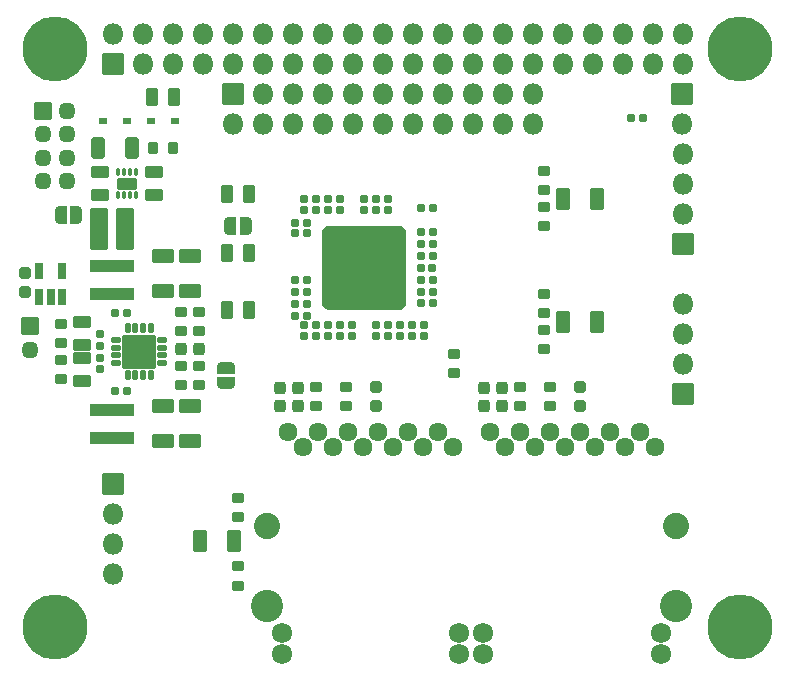
<source format=gts>
%TF.GenerationSoftware,KiCad,Pcbnew,7.0.1-0*%
%TF.CreationDate,2023-07-11T12:02:19-05:00*%
%TF.ProjectId,little_switch,6c697474-6c65-45f7-9377-697463682e6b,2*%
%TF.SameCoordinates,PX4221330PY3d0af40*%
%TF.FileFunction,Soldermask,Top*%
%TF.FilePolarity,Negative*%
%FSLAX46Y46*%
G04 Gerber Fmt 4.6, Leading zero omitted, Abs format (unit mm)*
G04 Created by KiCad (PCBNEW 7.0.1-0) date 2023-07-11 12:02:19*
%MOMM*%
%LPD*%
G01*
G04 APERTURE LIST*
G04 Aperture macros list*
%AMRoundRect*
0 Rectangle with rounded corners*
0 $1 Rounding radius*
0 $2 $3 $4 $5 $6 $7 $8 $9 X,Y pos of 4 corners*
0 Add a 4 corners polygon primitive as box body*
4,1,4,$2,$3,$4,$5,$6,$7,$8,$9,$2,$3,0*
0 Add four circle primitives for the rounded corners*
1,1,$1+$1,$2,$3*
1,1,$1+$1,$4,$5*
1,1,$1+$1,$6,$7*
1,1,$1+$1,$8,$9*
0 Add four rect primitives between the rounded corners*
20,1,$1+$1,$2,$3,$4,$5,0*
20,1,$1+$1,$4,$5,$6,$7,0*
20,1,$1+$1,$6,$7,$8,$9,0*
20,1,$1+$1,$8,$9,$2,$3,0*%
%AMFreePoly0*
4,1,35,0.535355,0.785355,0.550000,0.750000,0.550000,-0.750000,0.535355,-0.785355,0.500000,-0.800000,0.000000,-0.800000,-0.012286,-0.794911,-0.071157,-0.794911,-0.085244,-0.792886,-0.221795,-0.752791,-0.234740,-0.746879,-0.354462,-0.669938,-0.365217,-0.660618,-0.458414,-0.553063,-0.466109,-0.541091,-0.525228,-0.411637,-0.529237,-0.397982,-0.549491,-0.257116,-0.550000,-0.250000,-0.550000,0.250000,
-0.549491,0.257116,-0.529237,0.397982,-0.525228,0.411637,-0.466109,0.541091,-0.458414,0.553063,-0.365217,0.660618,-0.354462,0.669938,-0.234740,0.746879,-0.221795,0.752791,-0.085244,0.792886,-0.071157,0.794911,-0.012286,0.794911,0.000000,0.800000,0.500000,0.800000,0.535355,0.785355,0.535355,0.785355,$1*%
%AMFreePoly1*
4,1,35,0.012286,0.794911,0.071157,0.794911,0.085244,0.792886,0.221795,0.752791,0.234740,0.746879,0.354462,0.669938,0.365217,0.660618,0.458414,0.553063,0.466109,0.541091,0.525228,0.411637,0.529237,0.397982,0.549491,0.257116,0.550000,0.250000,0.550000,-0.250000,0.549491,-0.257116,0.529237,-0.397982,0.525228,-0.411637,0.466109,-0.541091,0.458414,-0.553063,0.365217,-0.660618,
0.354462,-0.669938,0.234740,-0.746879,0.221795,-0.752791,0.085244,-0.792886,0.071157,-0.794911,0.012286,-0.794911,0.000000,-0.800000,-0.500000,-0.800000,-0.535355,-0.785355,-0.550000,-0.750000,-0.550000,0.750000,-0.535355,0.785355,-0.500000,0.800000,0.000000,0.800000,0.012286,0.794911,0.012286,0.794911,$1*%
G04 Aperture macros list end*
%ADD10RoundRect,0.190000X-0.170000X0.140000X-0.170000X-0.140000X0.170000X-0.140000X0.170000X0.140000X0*%
%ADD11RoundRect,0.300000X0.650000X-0.325000X0.650000X0.325000X-0.650000X0.325000X-0.650000X-0.325000X0*%
%ADD12RoundRect,0.300000X-0.312500X-0.625000X0.312500X-0.625000X0.312500X0.625000X-0.312500X0.625000X0*%
%ADD13RoundRect,0.250000X0.275000X-0.200000X0.275000X0.200000X-0.275000X0.200000X-0.275000X-0.200000X0*%
%ADD14RoundRect,0.190000X0.140000X0.170000X-0.140000X0.170000X-0.140000X-0.170000X0.140000X-0.170000X0*%
%ADD15RoundRect,0.137500X-0.325000X-0.087500X0.325000X-0.087500X0.325000X0.087500X-0.325000X0.087500X0*%
%ADD16RoundRect,0.137500X-0.087500X-0.325000X0.087500X-0.325000X0.087500X0.325000X-0.087500X0.325000X0*%
%ADD17RoundRect,0.050000X-1.350000X-1.350000X1.350000X-1.350000X1.350000X1.350000X-1.350000X1.350000X0*%
%ADD18RoundRect,0.300000X-0.250000X-0.475000X0.250000X-0.475000X0.250000X0.475000X-0.250000X0.475000X0*%
%ADD19RoundRect,0.050000X-0.125000X0.250000X-0.125000X-0.250000X0.125000X-0.250000X0.125000X0.250000X0*%
%ADD20RoundRect,0.050000X-0.800000X0.450000X-0.800000X-0.450000X0.800000X-0.450000X0.800000X0.450000X0*%
%ADD21RoundRect,0.300000X-0.475000X0.250000X-0.475000X-0.250000X0.475000X-0.250000X0.475000X0.250000X0*%
%ADD22RoundRect,0.275000X-0.250000X0.225000X-0.250000X-0.225000X0.250000X-0.225000X0.250000X0.225000X0*%
%ADD23RoundRect,0.190000X0.170000X-0.140000X0.170000X0.140000X-0.170000X0.140000X-0.170000X-0.140000X0*%
%ADD24RoundRect,0.050000X0.850000X0.850000X-0.850000X0.850000X-0.850000X-0.850000X0.850000X-0.850000X0*%
%ADD25O,1.800000X1.800000*%
%ADD26RoundRect,0.300000X0.325000X0.650000X-0.325000X0.650000X-0.325000X-0.650000X0.325000X-0.650000X0*%
%ADD27RoundRect,0.250000X-0.275000X0.200000X-0.275000X-0.200000X0.275000X-0.200000X0.275000X0.200000X0*%
%ADD28RoundRect,0.050000X-0.675000X-0.675000X0.675000X-0.675000X0.675000X0.675000X-0.675000X0.675000X0*%
%ADD29O,1.450000X1.450000*%
%ADD30RoundRect,0.190000X-0.140000X-0.170000X0.140000X-0.170000X0.140000X0.170000X-0.140000X0.170000X0*%
%ADD31RoundRect,0.300000X-0.650000X0.325000X-0.650000X-0.325000X0.650000X-0.325000X0.650000X0.325000X0*%
%ADD32RoundRect,0.050000X0.675000X1.700000X-0.675000X1.700000X-0.675000X-1.700000X0.675000X-1.700000X0*%
%ADD33RoundRect,0.050000X1.850000X-0.490000X1.850000X0.490000X-1.850000X0.490000X-1.850000X-0.490000X0*%
%ADD34FreePoly0,180.000000*%
%ADD35FreePoly1,180.000000*%
%ADD36RoundRect,0.050000X0.850000X-0.850000X0.850000X0.850000X-0.850000X0.850000X-0.850000X-0.850000X0*%
%ADD37FreePoly0,0.000000*%
%ADD38FreePoly1,0.000000*%
%ADD39RoundRect,0.050000X0.300000X0.225000X-0.300000X0.225000X-0.300000X-0.225000X0.300000X-0.225000X0*%
%ADD40RoundRect,0.300000X-0.325000X-0.650000X0.325000X-0.650000X0.325000X0.650000X-0.325000X0.650000X0*%
%ADD41RoundRect,0.050000X-0.850000X-0.850000X0.850000X-0.850000X0.850000X0.850000X-0.850000X0.850000X0*%
%ADD42RoundRect,0.200000X0.150000X-0.512500X0.150000X0.512500X-0.150000X0.512500X-0.150000X-0.512500X0*%
%ADD43RoundRect,0.300000X0.475000X-0.250000X0.475000X0.250000X-0.475000X0.250000X-0.475000X-0.250000X0*%
%ADD44RoundRect,0.275000X-0.225000X-0.250000X0.225000X-0.250000X0.225000X0.250000X-0.225000X0.250000X0*%
%ADD45RoundRect,0.275000X0.250000X-0.225000X0.250000X0.225000X-0.250000X0.225000X-0.250000X-0.225000X0*%
%ADD46C,5.500000*%
%ADD47RoundRect,0.250000X-0.200000X-0.275000X0.200000X-0.275000X0.200000X0.275000X-0.200000X0.275000X0*%
%ADD48FreePoly0,90.000000*%
%ADD49FreePoly1,90.000000*%
%ADD50C,2.730000*%
%ADD51C,2.220000*%
%ADD52C,1.720000*%
%ADD53C,1.610000*%
%ADD54RoundRect,0.050000X-0.300000X-0.225000X0.300000X-0.225000X0.300000X0.225000X-0.300000X0.225000X0*%
G04 APERTURE END LIST*
D10*
%TO.C,C24*%
X25146000Y-23396000D03*
X25146000Y-24356000D03*
%TD*%
D11*
%TO.C,C62*%
X9144000Y-20525000D03*
X9144000Y-17575000D03*
%TD*%
%TO.C,C64*%
X11430000Y-20525000D03*
X11430000Y-17575000D03*
%TD*%
D12*
%TO.C,SW1*%
X3617500Y-8382000D03*
X6542500Y-8382000D03*
%TD*%
D13*
%TO.C,R12*%
X15494000Y-45466000D03*
X15494000Y-43816000D03*
%TD*%
%TO.C,R10*%
X41402000Y-15049000D03*
X41402000Y-13399000D03*
%TD*%
D14*
%TO.C,C46*%
X21308000Y-15621000D03*
X20348000Y-15621000D03*
%TD*%
D15*
%TO.C,U3*%
X5149500Y-24679000D03*
X5149500Y-25329000D03*
X5149500Y-25979000D03*
X5149500Y-26629000D03*
D16*
X6137000Y-27616500D03*
X6787000Y-27616500D03*
X7437000Y-27616500D03*
X8087000Y-27616500D03*
D15*
X9074500Y-26629000D03*
X9074500Y-25979000D03*
X9074500Y-25329000D03*
X9074500Y-24679000D03*
D16*
X8087000Y-23691500D03*
X7437000Y-23691500D03*
X6787000Y-23691500D03*
X6137000Y-23691500D03*
D17*
X7112000Y-25654000D03*
%TD*%
D18*
%TO.C,C14*%
X14544000Y-12319000D03*
X16444000Y-12319000D03*
%TD*%
D19*
%TO.C,U4*%
X6846000Y-10480000D03*
X6346000Y-10480000D03*
X5846000Y-10480000D03*
X5346000Y-10480000D03*
X5346000Y-12380000D03*
X5846000Y-12380000D03*
X6346000Y-12380000D03*
X6846000Y-12380000D03*
D20*
X6096000Y-11430000D03*
%TD*%
D21*
%TO.C,C63*%
X3810000Y-10480000D03*
X3810000Y-12380000D03*
%TD*%
D13*
%TO.C,R4*%
X22098000Y-30289000D03*
X22098000Y-28639000D03*
%TD*%
D22*
%TO.C,C1*%
X44450000Y-28689000D03*
X44450000Y-30239000D03*
%TD*%
D10*
%TO.C,C29*%
X31242000Y-23396000D03*
X31242000Y-24356000D03*
%TD*%
D23*
%TO.C,C42*%
X23114000Y-13688000D03*
X23114000Y-12728000D03*
%TD*%
D24*
%TO.C,J6*%
X53129993Y-29210000D03*
D25*
X53129993Y-26670000D03*
X53129993Y-24130000D03*
X53129993Y-21590000D03*
%TD*%
D26*
%TO.C,C11*%
X45925000Y-12700000D03*
X42975000Y-12700000D03*
%TD*%
%TO.C,C12*%
X45925000Y-23114000D03*
X42975000Y-23114000D03*
%TD*%
D27*
%TO.C,R24*%
X33782000Y-25845000D03*
X33782000Y-27495000D03*
%TD*%
D28*
%TO.C,J2*%
X-999998Y-5250002D03*
D29*
X1000002Y-5250002D03*
X-999998Y-7250002D03*
X1000002Y-7250002D03*
X-999998Y-9250002D03*
X1000002Y-9250002D03*
X-999998Y-11250002D03*
X1000002Y-11250002D03*
%TD*%
D27*
%TO.C,R30*%
X12192000Y-22289000D03*
X12192000Y-23939000D03*
%TD*%
D30*
%TO.C,C32*%
X31016000Y-19558000D03*
X31976000Y-19558000D03*
%TD*%
D10*
%TO.C,C22*%
X23114000Y-23396000D03*
X23114000Y-24356000D03*
%TD*%
D18*
%TO.C,C49*%
X8194000Y-4064000D03*
X10094000Y-4064000D03*
%TD*%
D31*
%TO.C,C53*%
X11430000Y-30275000D03*
X11430000Y-33225000D03*
%TD*%
D14*
%TO.C,C16*%
X21308000Y-19558000D03*
X20348000Y-19558000D03*
%TD*%
D23*
%TO.C,C61*%
X3810000Y-27150000D03*
X3810000Y-26190000D03*
%TD*%
D10*
%TO.C,C20*%
X21082000Y-23396000D03*
X21082000Y-24356000D03*
%TD*%
D32*
%TO.C,L3*%
X5901000Y-15240000D03*
X3751000Y-15240000D03*
%TD*%
D10*
%TO.C,C27*%
X29210000Y-23396000D03*
X29210000Y-24356000D03*
%TD*%
D27*
%TO.C,R13*%
X41402000Y-10351000D03*
X41402000Y-12001000D03*
%TD*%
D13*
%TO.C,R27*%
X10668000Y-28511000D03*
X10668000Y-26861000D03*
%TD*%
D14*
%TO.C,C17*%
X21308000Y-20574000D03*
X20348000Y-20574000D03*
%TD*%
%TO.C,C50*%
X49756000Y-5842000D03*
X48796000Y-5842000D03*
%TD*%
D30*
%TO.C,C30*%
X31016000Y-21565997D03*
X31976000Y-21565997D03*
%TD*%
D28*
%TO.C,J9*%
X-2159000Y-23511000D03*
D29*
X-2159000Y-25511000D03*
%TD*%
D13*
%TO.C,R31*%
X10668000Y-23939000D03*
X10668000Y-22289000D03*
%TD*%
D23*
%TO.C,C43*%
X22098000Y-13688000D03*
X22098000Y-12728000D03*
%TD*%
D31*
%TO.C,C52*%
X9180000Y-30275000D03*
X9180000Y-33225000D03*
%TD*%
D10*
%TO.C,C23*%
X24130000Y-23396000D03*
X24130000Y-24356000D03*
%TD*%
D30*
%TO.C,C36*%
X31016000Y-15494000D03*
X31976000Y-15494000D03*
%TD*%
D33*
%TO.C,L2*%
X4826000Y-20743000D03*
X4826000Y-18373000D03*
%TD*%
D30*
%TO.C,C34*%
X31016000Y-17526000D03*
X31976000Y-17526000D03*
%TD*%
D18*
%TO.C,C15*%
X14544000Y-17272000D03*
X16444000Y-17272000D03*
%TD*%
D30*
%TO.C,C55*%
X5108000Y-28956000D03*
X6068000Y-28956000D03*
%TD*%
D27*
%TO.C,R26*%
X12192000Y-26861000D03*
X12192000Y-28511000D03*
%TD*%
D34*
%TO.C,JP3*%
X1793000Y-14097000D03*
D35*
X493000Y-14097000D03*
%TD*%
D36*
%TO.C,J7*%
X15029993Y-3810000D03*
D25*
X15029993Y-6350000D03*
X17569993Y-3810000D03*
X17569993Y-6350000D03*
X20109993Y-3810000D03*
X20109993Y-6350000D03*
X22649993Y-3810000D03*
X22649993Y-6350000D03*
X25189993Y-3810000D03*
X25189993Y-6350000D03*
X27729993Y-3810000D03*
X27729993Y-6350000D03*
X30269993Y-3810000D03*
X30269993Y-6350000D03*
X32809993Y-3810000D03*
X32809993Y-6350000D03*
X35349993Y-3810000D03*
X35349993Y-6350000D03*
X37889993Y-3810000D03*
X37889993Y-6350000D03*
X40429993Y-3810000D03*
X40429993Y-6350000D03*
%TD*%
D13*
%TO.C,R3*%
X39370000Y-30289000D03*
X39370000Y-28639000D03*
%TD*%
D10*
%TO.C,C56*%
X3810000Y-24186000D03*
X3810000Y-25146000D03*
%TD*%
D23*
%TO.C,C39*%
X27178000Y-13688000D03*
X27178000Y-12728000D03*
%TD*%
D37*
%TO.C,JP1*%
X14844000Y-14986000D03*
D38*
X16144000Y-14986000D03*
%TD*%
D27*
%TO.C,R14*%
X41402000Y-20765000D03*
X41402000Y-22415000D03*
%TD*%
D18*
%TO.C,C13*%
X14544000Y-22098000D03*
X16444000Y-22098000D03*
%TD*%
D39*
%TO.C,D1*%
X10194000Y-6096000D03*
X8094000Y-6096000D03*
%TD*%
D40*
%TO.C,C10*%
X12241000Y-41656000D03*
X15191000Y-41656000D03*
%TD*%
D21*
%TO.C,C54*%
X2286000Y-23180000D03*
X2286000Y-25080000D03*
%TD*%
D13*
%TO.C,R35*%
X508000Y-24955000D03*
X508000Y-23305000D03*
%TD*%
D10*
%TO.C,C28*%
X30226000Y-23396000D03*
X30226000Y-24356000D03*
%TD*%
D23*
%TO.C,C44*%
X21082000Y-13688000D03*
X21082000Y-12728000D03*
%TD*%
D41*
%TO.C,J4*%
X4869993Y-36830000D03*
D25*
X4869993Y-39370000D03*
X4869993Y-41910000D03*
X4869993Y-44450000D03*
%TD*%
D23*
%TO.C,C38*%
X28194000Y-13688000D03*
X28194000Y-12728000D03*
%TD*%
D14*
%TO.C,C45*%
X21308000Y-14732000D03*
X20348000Y-14732000D03*
%TD*%
%TO.C,C18*%
X21308000Y-21590000D03*
X20348000Y-21590000D03*
%TD*%
D21*
%TO.C,C57*%
X8382000Y-10480000D03*
X8382000Y-12380000D03*
%TD*%
D42*
%TO.C,U5*%
X-1331000Y-21076500D03*
X-381000Y-21076500D03*
X569000Y-21076500D03*
X569000Y-18801500D03*
X-1331000Y-18801500D03*
%TD*%
D36*
%TO.C,J1*%
X4870000Y-1270000D03*
D25*
X4870000Y1270000D03*
X7410000Y-1270000D03*
X7410000Y1270000D03*
X9950000Y-1270000D03*
X9950000Y1270000D03*
X12490000Y-1270000D03*
X12490000Y1270000D03*
X15030000Y-1270000D03*
X15030000Y1270000D03*
X17570000Y-1270000D03*
X17570000Y1270000D03*
X20110000Y-1270000D03*
X20110000Y1270000D03*
X22650000Y-1270000D03*
X22650000Y1270000D03*
X25190000Y-1270000D03*
X25190000Y1270000D03*
X27730000Y-1270000D03*
X27730000Y1270000D03*
X30270000Y-1270000D03*
X30270000Y1270000D03*
X32810000Y-1270000D03*
X32810000Y1270000D03*
X35350000Y-1270000D03*
X35350000Y1270000D03*
X37890000Y-1270000D03*
X37890000Y1270000D03*
X40430000Y-1270000D03*
X40430000Y1270000D03*
X42970000Y-1270000D03*
X42970000Y1270000D03*
X45510000Y-1270000D03*
X45510000Y1270000D03*
X48050000Y-1270000D03*
X48050000Y1270000D03*
X50590000Y-1270000D03*
X50590000Y1270000D03*
X53130000Y-1270000D03*
X53130000Y1270000D03*
%TD*%
D43*
%TO.C,C58*%
X2286000Y-28128000D03*
X2286000Y-26228000D03*
%TD*%
D10*
%TO.C,C26*%
X28194000Y-23396000D03*
X28194000Y-24356000D03*
%TD*%
D22*
%TO.C,C2*%
X27178000Y-28689000D03*
X27178000Y-30239000D03*
%TD*%
D14*
%TO.C,C19*%
X21308000Y-22606000D03*
X20348000Y-22606000D03*
%TD*%
D30*
%TO.C,C31*%
X31016000Y-20574000D03*
X31976000Y-20574000D03*
%TD*%
D23*
%TO.C,C40*%
X26162000Y-13688000D03*
X26162000Y-12728000D03*
%TD*%
D44*
%TO.C,C5*%
X36309000Y-28702000D03*
X37859000Y-28702000D03*
%TD*%
D10*
%TO.C,C21*%
X22098000Y-23396000D03*
X22098000Y-24356000D03*
%TD*%
D45*
%TO.C,C65*%
X-2540000Y-20587000D03*
X-2540000Y-19037000D03*
%TD*%
D13*
%TO.C,R2*%
X24638000Y-30289000D03*
X24638000Y-28639000D03*
%TD*%
D24*
%TO.C,J5*%
X53129993Y-16510000D03*
D25*
X53129993Y-13970000D03*
X53129993Y-11430000D03*
X53129993Y-8890000D03*
%TD*%
D30*
%TO.C,C35*%
X31016000Y-16510000D03*
X31976000Y-16510000D03*
%TD*%
D23*
%TO.C,C41*%
X24130000Y-13688000D03*
X24130000Y-12728000D03*
%TD*%
D46*
%TO.C,H1*%
X0Y0D03*
%TD*%
D47*
%TO.C,R25*%
X8319000Y-8382000D03*
X9969000Y-8382000D03*
%TD*%
D13*
%TO.C,R1*%
X41910000Y-30289000D03*
X41910000Y-28639000D03*
%TD*%
D27*
%TO.C,R9*%
X15494000Y-38037000D03*
X15494000Y-39687000D03*
%TD*%
D33*
%TO.C,L1*%
X4826000Y-32935000D03*
X4826000Y-30565000D03*
%TD*%
D46*
%TO.C,H2*%
X58000000Y0D03*
%TD*%
D48*
%TO.C,JP2*%
X14478000Y-28336000D03*
D49*
X14478000Y-27036000D03*
%TD*%
D30*
%TO.C,C33*%
X30988009Y-18542000D03*
X31948009Y-18542000D03*
%TD*%
%TO.C,C37*%
X31016000Y-13462000D03*
X31976000Y-13462000D03*
%TD*%
D14*
%TO.C,C60*%
X6068000Y-22352000D03*
X5108000Y-22352000D03*
%TD*%
D50*
%TO.C,J3*%
X52575000Y-47220000D03*
X17925000Y-47220000D03*
D51*
X52575000Y-40460000D03*
X17925000Y-40460000D03*
D52*
X36265000Y-49450000D03*
X19195000Y-49450000D03*
X36265000Y-51230000D03*
X19195000Y-51230000D03*
X51305000Y-49450000D03*
X34235000Y-49450000D03*
X51305000Y-51230000D03*
X34235000Y-51230000D03*
D53*
X50770000Y-33750000D03*
X33700000Y-33750000D03*
X49500000Y-32480000D03*
X32430000Y-32480000D03*
X48230000Y-33750000D03*
X31160000Y-33750000D03*
X46960000Y-32480000D03*
X29890000Y-32480000D03*
X45690000Y-33750000D03*
X28620000Y-33750000D03*
X44420000Y-32480000D03*
X27350000Y-32480000D03*
X43150000Y-33750000D03*
X26080000Y-33750000D03*
X41880000Y-32480000D03*
X24810000Y-32480000D03*
X40610000Y-33750000D03*
X23540000Y-33750000D03*
X39340000Y-32480000D03*
X22270000Y-32480000D03*
X38070000Y-33750000D03*
X21000000Y-33750000D03*
X36800000Y-32480000D03*
X19730000Y-32480000D03*
%TD*%
D46*
%TO.C,H3*%
X0Y-49000000D03*
%TD*%
D13*
%TO.C,R11*%
X41402000Y-25463000D03*
X41402000Y-23813000D03*
%TD*%
D46*
%TO.C,H4*%
X58000000Y-49000000D03*
%TD*%
D10*
%TO.C,C25*%
X27178000Y-23396000D03*
X27178000Y-24356000D03*
%TD*%
D44*
%TO.C,C6*%
X19037000Y-28702000D03*
X20587000Y-28702000D03*
%TD*%
D54*
%TO.C,D2*%
X4030000Y-6096000D03*
X6130000Y-6096000D03*
%TD*%
D44*
%TO.C,C4*%
X19037000Y-30226000D03*
X20587000Y-30226000D03*
%TD*%
%TO.C,C3*%
X36309000Y-30226000D03*
X37859000Y-30226000D03*
%TD*%
D27*
%TO.C,R34*%
X508000Y-26353000D03*
X508000Y-28003000D03*
%TD*%
D44*
%TO.C,C59*%
X10655000Y-25400000D03*
X12205000Y-25400000D03*
%TD*%
D24*
%TO.C,J8*%
X53061006Y-3829990D03*
D25*
X53061006Y-6369990D03*
%TD*%
G36*
X29333091Y-14995439D02*
G01*
X29373319Y-15022319D01*
X29681681Y-15330681D01*
X29708561Y-15370909D01*
X29718000Y-15418362D01*
X29718000Y-21665638D01*
X29708561Y-21713091D01*
X29681681Y-21753319D01*
X29373319Y-22061681D01*
X29333091Y-22088561D01*
X29285638Y-22098000D01*
X23038362Y-22098000D01*
X22990909Y-22088561D01*
X22950681Y-22061681D01*
X22642319Y-21753319D01*
X22615439Y-21713091D01*
X22606000Y-21665638D01*
X22606000Y-15418362D01*
X22615439Y-15370909D01*
X22642319Y-15330681D01*
X22950681Y-15022319D01*
X22990909Y-14995439D01*
X23038362Y-14986000D01*
X29285638Y-14986000D01*
X29333091Y-14995439D01*
G37*
M02*

</source>
